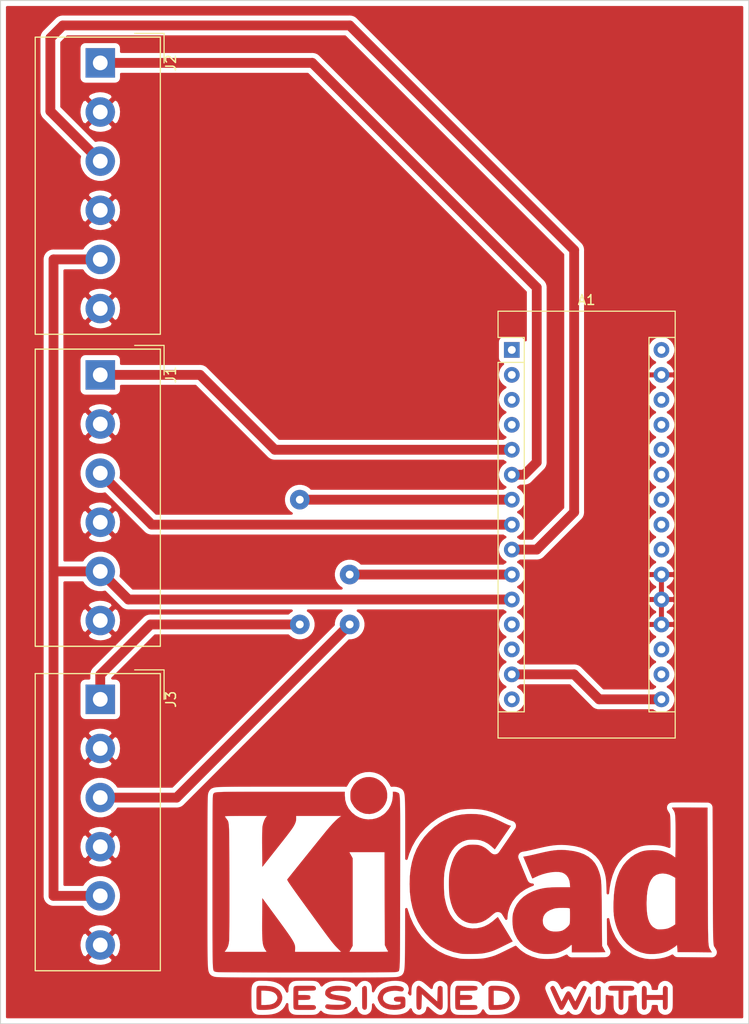
<source format=kicad_pcb>
(kicad_pcb (version 20171130) (host pcbnew "(5.1.4)-1")
  (title_block (title "Placa CNC") (date 2019-11-08) (rev 1) (company SENAI) (comment 1 "Desenvolvido por GABRIEL MAXIMO DA SILVA"))
  (layers (0 F.Cu signal) (31 B.Cu signal) (34 B.Paste user) (35 F.Paste user) (36 B.SilkS user) (37 F.SilkS user) (38 B.Mask user) (39 F.Mask user) (44 Edge.Cuts user))
  (net 0 "")
  (net 1 Spindle)
  (net 2 Lim-Z)
  (net 3 "Net-(A1-Pad30)")
  (net 4 GND-Diver)
  (net 5 Lim-Y)
  (net 6 "Net-(A1-Pad28)")
  (net 7 Lim-x)
  (net 8 "Net-(A1-Pad27)")
  (net 9 Stepper)
  (net 10 "Net-(A1-Pad26)")
  (net 11 Dir-Z)
  (net 12 "Net-(A1-Pad25)")
  (net 13 Dir-Y)
  (net 14 "Net-(A1-Pad24)")
  (net 15 Dir-X)
  (net 16 "Net-(A1-Pad23)")
  (net 17 Step-Z)
  (net 18 "Net-(A1-Pad22)")
  (net 19 Step-Y)
  (net 20 Step-X)
  (net 21 "Net-(A1-Pad4)")
  (net 22 "Net-(A1-Pad3)")
  (net 23 "Net-(A1-Pad18)")
  (net 24 "Net-(A1-Pad2)")
  (net 25 "Net-(A1-Pad17)")
  (net 26 "Net-(A1-Pad1)")
  (module Symbol:KiCad-Logo2_20mm_Copper (layer F.Cu) (at 160.02 135.89)
    (fp_text reference REF** hide)
    (fp_text value KiCad-Logo2_20mm_Copper hide)
    (fp_poly (pts (xy -20.404571 11.373553) (xy -20.272963 11.374891) (xy -19.887333 11.384195) (xy -19.564369 11.411834) (xy -19.293064 11.460773) (xy -19.06241 11.533975) (xy -18.8614 11.634407) (xy -18.679027 11.765033) (xy -18.613888 11.821775) (xy -18.505834 11.954544) (xy -18.4084 12.134709) (xy -18.333304 12.334412) (xy -18.292264 12.525797) (xy -18.288 12.596519) (xy -18.314722 12.792565) (xy -18.386331 13.006709) (xy -18.489997 13.209403) (xy -18.612887 13.371099) (xy -18.632848 13.390608) (xy -18.801928 13.527737) (xy -18.987083 13.634782) (xy -19.198987 13.71455) (xy -19.448314 13.769844) (xy -19.74574 13.803469) (xy -20.101938 13.818231) (xy -20.265093 13.819482) (xy -20.472539 13.818483) (xy -20.618425 13.814307) (xy -20.716438 13.805181) (xy -20.780264 13.789337) (xy -20.823591 13.765003) (xy -20.846815 13.744223) (xy -20.868751 13.718979) (xy -20.885959 13.686413) (xy -20.89901 13.637801) (xy -20.908477 13.56442) (xy -20.914932 13.457546) (xy -20.918947 13.308454) (xy -20.921093 13.108421) (xy -20.921943 12.848723) (xy -20.922074 12.596519) (xy -20.922903 12.260138) (xy -20.922724 11.991422) (xy -20.919523 11.862741) (xy -20.432889 11.862741) (xy -20.432889 13.330297) (xy -20.122445 13.330012) (xy -19.935643 13.324655) (xy -19.739996 13.310853) (xy -19.57676 13.291548) (xy -19.571794 13.290752) (xy -19.307971 13.226967) (xy -19.103341 13.127625) (xy -18.947684 12.98626) (xy -18.848783 12.833203) (xy -18.787844 12.663419) (xy -18.792569 12.503999) (xy -18.863292 12.333111) (xy -19.001629 12.156329) (xy -19.193327 12.025332) (xy -19.442499 11.937771) (xy -19.609025 11.906783) (xy -19.798054 11.885022) (xy -19.998397 11.869272) (xy -20.168796 11.862724) (xy -20.178889 11.862693) (xy -20.432889 11.862741) (xy -20.919523 11.862741) (xy -20.917534 11.782838) (xy -20.903327 11.626851) (xy -20.8761 11.515927) (xy -20.831852 11.442532) (xy -20.766578 11.399131) (xy -20.676276 11.37819) (xy -20.556941 11.372176) (xy -20.404571 11.373553)) (layer F.Cu) (width 0.01))
    (fp_poly (pts (xy -15.709314 11.373821) (xy -15.477952 11.375062) (xy -15.303321 11.377949) (xy -15.176157 11.383153) (xy -15.087197 11.391344) (xy -15.027176 11.403191) (xy -14.986831 11.419366) (xy -14.956898 11.440537) (xy -14.946059 11.450281) (xy -14.880142 11.553808) (xy -14.868272 11.672762) (xy -14.911635 11.778367) (xy -14.931686 11.79971) (xy -14.964117 11.820404) (xy -15.016335 11.836368) (xy -15.098025 11.848379) (xy -15.218869 11.857215) (xy -15.388551 11.863651) (xy -15.616754 11.868464) (xy -15.825389 11.871394) (xy -16.651112 11.881556) (xy -16.662397 12.097926) (xy -16.673682 12.314297) (xy -16.113192 12.314297) (xy -15.869862 12.316396) (xy -15.691722 12.325177) (xy -15.568758 12.344364) (xy -15.490959 12.377681) (xy -15.448313 12.428854) (xy -15.430807 12.501605) (xy -15.428149 12.569126) (xy -15.436411 12.651974) (xy -15.46759 12.713021) (xy -15.531276 12.755457) (xy -15.637059 12.782471) (xy -15.794529 12.797255) (xy -16.013276 12.802997) (xy -16.13267 12.803482) (xy -16.669926 12.803482) (xy -16.669926 13.330297) (xy -15.842074 13.330297) (xy -15.57071 13.330675) (xy -15.364472 13.332372) (xy -15.213228 13.336233) (xy -15.106846 13.343101) (xy -15.035196 13.353822) (xy -14.988144 13.369239) (xy -14.955559 13.390196) (xy -14.938963 13.405556) (xy -14.882033 13.495202) (xy -14.863704 13.574889) (xy -14.889876 13.672225) (xy -14.938963 13.744223) (xy -14.965152 13.766888) (xy -14.998959 13.784488) (xy -15.049479 13.79766) (xy -15.125804 13.807043) (xy -15.237029 13.813274) (xy -15.392248 13.816992) (xy -15.600556 13.818836) (xy -15.871045 13.819442) (xy -16.011408 13.819482) (xy -16.311992 13.819216) (xy -16.546412 13.817993) (xy -16.723762 13.815174) (xy -16.853134 13.810122) (xy -16.943624 13.802198) (xy -17.004325 13.790764) (xy -17.044332 13.775182) (xy -17.072738 13.754813) (xy -17.083852 13.744223) (xy -17.105849 13.7189) (xy -17.12309 13.686232) (xy -17.136152 13.637463) (xy -17.145613 13.56384) (xy -17.15205 13.456607) (xy -17.15604 13.307011) (xy -17.158161 13.106296) (xy -17.15899 12.84571) (xy -17.159112 12.603078) (xy -17.158999 12.292357) (xy -17.158218 12.048103) (xy -17.1561 11.861527) (xy -17.151978 11.723836) (xy -17.145186 11.62624) (xy -17.135056 11.559947) (xy -17.120921 11.516166) (xy -17.102115 11.486107) (xy -17.077969 11.460978) (xy -17.07202 11.455375) (xy -17.043151 11.430572) (xy -17.009607 11.411365) (xy -16.962083 11.397039) (xy -16.891276 11.386879) (xy -16.787879 11.380171) (xy -16.64259 11.376199) (xy -16.446103 11.374251) (xy -16.189114 11.37361) (xy -16.006671 11.373556) (xy -15.709314 11.373821)) (layer F.Cu) (width 0.01))
    (fp_poly (pts (xy -12.305675 11.377837) (xy -12.056292 11.395271) (xy -11.824353 11.422501) (xy -11.623339 11.4585) (xy -11.466734 11.502244) (xy -11.368019 11.552709) (xy -11.352867 11.567563) (xy -11.300178 11.682834) (xy -11.316155 11.801172) (xy -11.397879 11.902418) (xy -11.401778 11.905319) (xy -11.449847 11.936515) (xy -11.500026 11.952919) (xy -11.570017 11.954911) (xy -11.677523 11.942872) (xy -11.840244 11.917182) (xy -11.853334 11.915018) (xy -12.095796 11.885231) (xy -12.35739 11.870538) (xy -12.619756 11.870395) (xy -12.864536 11.884263) (xy -13.07337 11.911598) (xy -13.2279 11.951858) (xy -13.238054 11.955904) (xy -13.35016 12.018716) (xy -13.389547 12.082282) (xy -13.358713 12.144798) (xy -13.260155 12.204458) (xy -13.09637 12.259456) (xy -12.869855 12.307986) (xy -12.718815 12.331352) (xy -12.404852 12.376296) (xy -12.155145 12.417381) (xy -11.959056 12.458165) (xy -11.805948 12.502204) (xy -11.685184 12.553058) (xy -11.586127 12.614282) (xy -11.49814 12.689435) (xy -11.427434 12.763236) (xy -11.34355 12.866064) (xy -11.302268 12.954483) (xy -11.289358 13.063422) (xy -11.288889 13.103318) (xy -11.298586 13.235706) (xy -11.337339 13.334198) (xy -11.40441 13.421619) (xy -11.54072 13.555252) (xy -11.692722 13.657164) (xy -11.871708 13.730677) (xy -12.088974 13.779116) (xy -12.355814 13.805803) (xy -12.683522 13.814062) (xy -12.73763 13.813922) (xy -12.956162 13.809392) (xy -13.172885 13.799099) (xy -13.364174 13.784521) (xy -13.506405 13.767133) (xy -13.517908 13.765136) (xy -13.65932 13.731638) (xy -13.779265 13.689321) (xy -13.847167 13.650635) (xy -13.910357 13.548572) (xy -13.914756 13.429726) (xy -13.860283 13.323813) (xy -13.848095 13.311836) (xy -13.797718 13.276253) (xy -13.734715 13.260921) (xy -13.637207 13.26353) (xy -13.518836 13.277091) (xy -13.386567 13.289206) (xy -13.201149 13.299427) (xy -12.984687 13.306844) (xy -12.759283 13.310547) (xy -12.7 13.310792) (xy -12.473758 13.309879) (xy -12.308181 13.305487) (xy -12.1887 13.296091) (xy -12.100746 13.280167) (xy -12.029751 13.256191) (xy -11.987087 13.236223) (xy -11.893334 13.180776) (xy -11.83356 13.13056) (xy -11.824824 13.116325) (xy -11.843254 13.057544) (xy -11.930867 13.00064) (xy -12.081592 12.948195) (xy -12.289358 12.902793) (xy -12.350571 12.892679) (xy -12.6703 12.842461) (xy -12.925471 12.800486) (xy -13.125932 12.763705) (xy -13.281533 12.729066) (xy -13.402122 12.69352) (xy -13.497548 12.654016) (xy -13.577661 12.607505) (xy -13.652308 12.550937) (xy -13.731339 12.48126) (xy -13.757933 12.456831) (xy -13.851175 12.365663) (xy -13.900532 12.29343) (xy -13.919841 12.210773) (xy -13.922963 12.10661) (xy -13.888584 11.90235) (xy -13.785839 11.728801) (xy -13.615317 11.586526) (xy -13.377609 11.476084) (xy -13.208 11.426547) (xy -13.023665 11.394553) (xy -12.802844 11.376453) (xy -12.55902 11.371223) (xy -12.305675 11.377837)) (layer F.Cu) (width 0.01))
    (fp_poly (pts (xy -9.746074 11.448815) (xy -9.724138 11.474059) (xy -9.706931 11.506625) (xy -9.693879 11.555237) (xy -9.684412 11.628618) (xy -9.677958 11.735492) (xy -9.673943 11.884584) (xy -9.671797 12.084617) (xy -9.670947 12.344315) (xy -9.670815 12.596519) (xy -9.671047 12.909342) (xy -9.672125 13.15563) (xy -9.674621 13.344106) (xy -9.679106 13.483496) (xy -9.686153 13.582523) (xy -9.696334 13.64991) (xy -9.71022 13.694381) (xy -9.728385 13.724661) (xy -9.746074 13.744223) (xy -9.856086 13.809824) (xy -9.973304 13.803937) (xy -10.078182 13.73239) (xy -10.102279 13.704456) (xy -10.121112 13.672047) (xy -10.135328 13.626203) (xy -10.145577 13.557965) (xy -10.152507 13.458374) (xy -10.156766 13.318471) (xy -10.159002 13.129296) (xy -10.159864 12.881891) (xy -10.16 12.601791) (xy -10.16 11.558283) (xy -10.067637 11.46592) (xy -9.953788 11.388211) (xy -9.843353 11.385411) (xy -9.746074 11.448815)) (layer F.Cu) (width 0.01))
    (fp_poly (pts (xy -6.500271 11.391996) (xy -6.271882 11.430318) (xy -6.096475 11.48989) (xy -5.98236 11.568329) (xy -5.951264 11.613079) (xy -5.919642 11.71716) (xy -5.940922 11.811317) (xy -6.008101 11.900607) (xy -6.112484 11.942378) (xy -6.263942 11.938986) (xy -6.381087 11.916354) (xy -6.641396 11.873237) (xy -6.90742 11.869139) (xy -7.205182 11.904137) (xy -7.287431 11.918966) (xy -7.564304 11.997028) (xy -7.780908 12.113149) (xy -7.934871 12.265347) (xy -8.023815 12.451646) (xy -8.042211 12.547962) (xy -8.030169 12.743375) (xy -7.952431 12.916264) (xy -7.816078 13.063261) (xy -7.628195 13.180995) (xy -7.395865 13.266097) (xy -7.126173 13.315198) (xy -6.826201 13.324928) (xy -6.503033 13.291916) (xy -6.484786 13.288804) (xy -6.356248 13.264863) (xy -6.284979 13.241738) (xy -6.254088 13.207425) (xy -6.246686 13.149922) (xy -6.246519 13.119471) (xy -6.246519 12.99163) (xy -6.474771 12.99163) (xy -6.676332 12.977822) (xy -6.813883 12.933822) (xy -6.893915 12.855765) (xy -6.922922 12.739786) (xy -6.923276 12.724647) (xy -6.906305 12.625515) (xy -6.848108 12.554729) (xy -6.739796 12.507885) (xy -6.572476 12.480577) (xy -6.410408 12.470537) (xy -6.174853 12.464777) (xy -6.003993 12.473566) (xy -5.887463 12.506001) (xy -5.814898 12.571177) (xy -5.775933 12.678187) (xy -5.7602 12.836128) (xy -5.757334 13.04357) (xy -5.76203 13.275118) (xy -5.77616 13.43262) (xy -5.799785 13.516706) (xy -5.804371 13.523293) (xy -5.934092 13.628361) (xy -6.124286 13.711568) (xy -6.362895 13.771135) (xy -6.637861 13.805285) (xy -6.937128 13.812242) (xy -7.248638 13.790228) (xy -7.431852 13.763186) (xy -7.71922 13.681848) (xy -7.986305 13.548873) (xy -8.209923 13.376291) (xy -8.243911 13.341797) (xy -8.354339 13.196783) (xy -8.453979 13.01706) (xy -8.531188 12.828639) (xy -8.574328 12.657531) (xy -8.579526 12.591813) (xy -8.557392 12.454731) (xy -8.498561 12.284174) (xy -8.414321 12.104647) (xy -8.315962 11.940651) (xy -8.229062 11.831112) (xy -8.025881 11.668173) (xy -7.76323 11.538485) (xy -7.450522 11.444981) (xy -7.097168 11.390596) (xy -6.773334 11.377307) (xy -6.500271 11.391996)) (layer F.Cu) (width 0.01))
    (fp_poly (pts (xy -4.333713 11.388161) (xy -4.255159 11.434242) (xy -4.152449 11.509602) (xy -4.020259 11.617792) (xy -3.853265 11.762361) (xy -3.646143 11.946859) (xy -3.393571 12.174836) (xy -3.104445 12.436947) (xy -2.502371 12.982928) (xy -2.483556 12.250096) (xy -2.476763 11.997838) (xy -2.470209 11.809981) (xy -2.462445 11.675687) (xy -2.452019 11.584116) (xy -2.437483 11.524431) (xy -2.417386 11.485791) (xy -2.390278 11.457359) (xy -2.375906 11.44541) (xy -2.260804 11.382235) (xy -2.151275 11.391471) (xy -2.064391 11.445443) (xy -1.975556 11.517329) (xy -1.964507 12.56717) (xy -1.961449 12.875929) (xy -1.959893 13.11848) (xy -1.960377 13.303869) (xy -1.963441 13.441141) (xy -1.969624 13.539342) (xy -1.979464 13.607517) (xy -1.993501 13.65471) (xy -2.012273 13.689969) (xy -2.03309 13.718247) (xy -2.078131 13.770691) (xy -2.122944 13.805454) (xy -2.173747 13.818798) (xy -2.236754 13.80698) (xy -2.318181 13.766262) (xy -2.424244 13.692903) (xy -2.561159 13.583164) (xy -2.735141 13.433304) (xy -2.952405 13.239584) (xy -3.198519 13.016996) (xy -4.082815 12.214861) (xy -4.10163 12.945297) (xy -4.108435 13.197095) (xy -4.115005 13.384514) (xy -4.122798 13.518413) (xy -4.13327 13.609653) (xy -4.147878 13.669095) (xy -4.168081 13.707598) (xy -4.195334 13.736023) (xy -4.20928 13.747607) (xy -4.33255 13.811242) (xy -4.449025 13.801643) (xy -4.550454 13.720333) (xy -4.573657 13.687621) (xy -4.591742 13.649419) (xy -4.605343 13.596559) (xy -4.615097 13.519878) (xy -4.621641 13.410208) (xy -4.62561 13.258386) (xy -4.627641 13.055245) (xy -4.628369 12.79162) (xy -4.628445 12.596519) (xy -4.6282 12.291358) (xy -4.627042 12.052291) (xy -4.624335 11.870151) (xy -4.619443 11.735773) (xy -4.611728 11.639992) (xy -4.600557 11.573643) (xy -4.585292 11.527559) (xy -4.565297 11.492575) (xy -4.550454 11.472705) (xy -4.512831 11.425636) (xy -4.477669 11.390097) (xy -4.439644 11.369639) (xy -4.393433 11.36781) (xy -4.333713 11.388161)) (layer F.Cu) (width 0.01))
    (fp_poly (pts (xy 0.767809 11.374199) (xy 1.022338 11.377246) (xy 1.217389 11.384371) (xy 1.360851 11.397249) (xy 1.460611 11.417555) (xy 1.52456 11.446965) (xy 1.560586 11.487154) (xy 1.576578 11.539795) (xy 1.580424 11.606565) (xy 1.580444 11.61445) (xy 1.577105 11.689974) (xy 1.561321 11.748342) (xy 1.524445 11.791914) (xy 1.457827 11.823043) (xy 1.35282 11.844089) (xy 1.200775 11.857407) (xy 0.993044 11.865354) (xy 0.720979 11.870286) (xy 0.637591 11.871379) (xy -0.169334 11.881556) (xy -0.180619 12.097926) (xy -0.191904 12.314297) (xy 0.368586 12.314297) (xy 0.587555 12.315104) (xy 0.743907 12.318521) (xy 0.850278 12.326036) (xy 0.919302 12.339141) (xy 0.963615 12.359326) (xy 0.99585 12.388081) (xy 0.996056 12.388309) (xy 1.05452 12.500373) (xy 1.052407 12.621494) (xy 0.991048 12.724744) (xy 0.978905 12.735356) (xy 0.935805 12.762708) (xy 0.876746 12.781736) (xy 0.788567 12.793874) (xy 0.658108 12.800556) (xy 0.472208 12.803214) (xy 0.353312 12.803482) (xy -0.188149 12.803482) (xy -0.188149 13.330297) (xy 0.633871 13.330297) (xy 0.905268 13.330771) (xy 1.111367 13.332712) (xy 1.262123 13.336893) (xy 1.367494 13.344091) (xy 1.437438 13.355078) (xy 1.48191 13.370631) (xy 1.510869 13.391524) (xy 1.518167 13.399111) (xy 1.572049 13.504266) (xy 1.57599 13.623895) (xy 1.531787 13.727616) (xy 1.496812 13.760904) (xy 1.46043 13.779229) (xy 1.404056 13.793406) (xy 1.318776 13.803933) (xy 1.19567 13.811305) (xy 1.025821 13.81602) (xy 0.800314 13.818573) (xy 0.51023 13.81946) (xy 0.444648 13.819482) (xy 0.149703 13.819289) (xy -0.079243 13.818224) (xy -0.251452 13.815556) (xy -0.376184 13.810557) (xy -0.462699 13.802497) (xy -0.52026 13.790646) (xy -0.558126 13.774274) (xy -0.585558 13.752652) (xy -0.600609 13.737127) (xy -0.623262 13.709629) (xy -0.64096 13.675564) (xy -0.654313 13.626001) (xy -0.663929 13.552006) (xy -0.67042 13.444645) (xy -0.674395 13.294985) (xy -0.676464 13.094093) (xy -0.677237 12.833036) (xy -0.677334 12.613313) (xy -0.677097 12.305428) (xy -0.675973 12.063724) (xy -0.673341 11.879124) (xy -0.668581 11.742551) (xy -0.661071 11.644928) (xy -0.650191 11.577178) (xy -0.635321 11.530222) (xy -0.615839 11.494984) (xy -0.599343 11.472705) (xy -0.521353 11.373556) (xy 0.445913 11.373556) (xy 0.767809 11.374199)) (layer F.Cu) (width 0.01))
    (fp_poly (pts (xy 3.394363 11.374249) (xy 3.824294 11.388786) (xy 4.18997 11.432869) (xy 4.49742 11.509138) (xy 4.752673 11.620233) (xy 4.961758 11.768792) (xy 5.130706 11.957455) (xy 5.265545 12.18886) (xy 5.268197 12.194503) (xy 5.34867 12.40161) (xy 5.377342 12.585032) (xy 5.354105 12.769625) (xy 5.278847 12.980245) (xy 5.264574 13.012296) (xy 5.167241 13.199886) (xy 5.057852 13.344838) (xy 4.916673 13.468057) (xy 4.723967 13.590451) (xy 4.712772 13.59684) (xy 4.545015 13.677424) (xy 4.355404 13.737607) (xy 4.131756 13.779465) (xy 3.861884 13.805074) (xy 3.533606 13.816509) (xy 3.41762 13.817502) (xy 2.865314 13.819482) (xy 2.787323 13.720333) (xy 2.764189 13.68773) (xy 2.746142 13.649657) (xy 2.732552 13.596984) (xy 2.722789 13.520582) (xy 2.716224 13.41132) (xy 2.714083 13.330297) (xy 3.236148 13.330297) (xy 3.549089 13.330297) (xy 3.732213 13.324942) (xy 3.9202 13.310849) (xy 4.074485 13.290974) (xy 4.083798 13.289301) (xy 4.357828 13.215786) (xy 4.570379 13.105335) (xy 4.728175 12.952824) (xy 4.83794 12.753129) (xy 4.857027 12.700203) (xy 4.875736 12.617775) (xy 4.867636 12.536339) (xy 4.828223 12.428) (xy 4.804466 12.374779) (xy 4.726668 12.233352) (xy 4.632934 12.134132) (xy 4.529802 12.065038) (xy 4.323219 11.975124) (xy 4.058836 11.909993) (xy 3.750842 11.872488) (xy 3.527777 11.864235) (xy 3.236148 11.862741) (xy 3.236148 13.330297) (xy 2.714083 13.330297) (xy 2.712227 13.26007) (xy 2.710168 13.057702) (xy 2.709418 12.795086) (xy 2.709333 12.589734) (xy 2.709333 11.558283) (xy 2.801697 11.46592) (xy 2.842688 11.428481) (xy 2.887012 11.402842) (xy 2.948909 11.386801) (xy 3.042621 11.378155) (xy 3.18239 11.3747) (xy 3.382457 11.374234) (xy 3.394363 11.374249)) (layer F.Cu) (width 0.01))
    (fp_poly (pts (xy 12.482217 11.380114) (xy 12.547516 11.403449) (xy 12.550035 11.404591) (xy 12.63871 11.472262) (xy 12.687567 11.541869) (xy 12.697127 11.574506) (xy 12.696655 11.617871) (xy 12.683202 11.679649) (xy 12.653822 11.767522) (xy 12.605565 11.889175) (xy 12.535483 12.05229) (xy 12.440628 12.264551) (xy 12.318052 12.533642) (xy 12.250583 12.68072) (xy 12.128751 12.943285) (xy 12.014382 13.184743) (xy 11.911841 13.396266) (xy 11.825492 13.569027) (xy 11.759702 13.694197) (xy 11.718835 13.762948) (xy 11.710748 13.772445) (xy 11.607278 13.814341) (xy 11.490404 13.80873) (xy 11.396667 13.757774) (xy 11.392849 13.75363) (xy 11.355561 13.697181) (xy 11.293013 13.587232) (xy 11.212919 13.437934) (xy 11.122989 13.263441) (xy 11.09067 13.199139) (xy 10.846714 12.7105) (xy 10.580802 13.241311) (xy 10.485889 13.424716) (xy 10.397832 13.583774) (xy 10.323826 13.706309) (xy 10.271063 13.780146) (xy 10.253182 13.795802) (xy 10.11419 13.817008) (xy 9.999498 13.772445) (xy 9.965761 13.72482) (xy 9.90738 13.618974) (xy 9.829117 13.465323) (xy 9.735735 13.274282) (xy 9.631997 13.056266) (xy 9.522665 12.82169) (xy 9.412502 12.580969) (xy 9.30627 12.344517) (xy 9.208732 12.122752) (xy 9.12465 11.926086) (xy 9.058788 11.764936) (xy 9.015907 11.649716) (xy 9.000771 11.590842) (xy 9.000925 11.588711) (xy 9.037754 11.514628) (xy 9.111367 11.439176) (xy 9.115702 11.435892) (xy 9.206177 11.384751) (xy 9.289862 11.385246) (xy 9.321227 11.394888) (xy 9.359447 11.415725) (xy 9.400034 11.456715) (xy 9.447858 11.52636) (xy 9.507787 11.633163) (xy 9.58469 11.785628) (xy 9.683435 11.992258) (xy 9.772484 12.182994) (xy 9.874935 12.404088) (xy 9.966739 12.602914) (xy 10.043126 12.769084) (xy 10.099329 12.892213) (xy 10.130577 12.961912) (xy 10.135134 12.972815) (xy 10.155632 12.954991) (xy 10.20274 12.880362) (xy 10.270191 12.75982) (xy 10.351717 12.604258) (xy 10.38416 12.540074) (xy 10.494059 12.323347) (xy 10.578812 12.165513) (xy 10.645375 12.057396) (xy 10.700702 11.98982) (xy 10.751748 11.953608) (xy 10.805469 11.939584) (xy 10.840477 11.938) (xy 10.902232 11.943472) (xy 10.956348 11.966105) (xy 11.010117 12.015221) (xy 11.070836 12.100146) (xy 11.145797 12.230202) (xy 11.242297 12.414715) (xy 11.295539 12.519676) (xy 11.381901 12.686957) (xy 11.457223 12.82568) (xy 11.514861 12.92414) (xy 11.548167 12.970632) (xy 11.552696 12.972568) (xy 11.574205 12.935978) (xy 11.622362 12.840967) (xy 11.692343 12.697479) (xy 11.779325 12.515459) (xy 11.878488 12.304848) (xy 11.927267 12.200238) (xy 12.054166 11.930262) (xy 12.15635 11.72252) (xy 12.239124 11.570236) (xy 12.307792 11.466631) (xy 12.36766 11.404927) (xy 12.424034 11.378348) (xy 12.482217 11.380114)) (layer F.Cu) (width 0.01))
    (fp_poly (pts (xy 13.962047 11.396256) (xy 14.04109 11.44549) (xy 14.129926 11.517425) (xy 14.129926 12.589244) (xy 14.129643 12.902766) (xy 14.128431 13.149774) (xy 14.125746 13.339013) (xy 14.121043 13.479227) (xy 14.113778 13.57916) (xy 14.103405 13.647558) (xy 14.089381 13.693163) (xy 14.071161 13.724722) (xy 14.058242 13.740272) (xy 13.953446 13.808582) (xy 13.834111 13.805796) (xy 13.729576 13.747547) (xy 13.64074 13.675613) (xy 13.64074 11.517425) (xy 13.729576 11.44549) (xy 13.815315 11.393164) (xy 13.885333 11.373556) (xy 13.962047 11.396256)) (layer F.Cu) (width 0.01))
    (fp_poly (pts (xy 16.54355 11.373878) (xy 16.805908 11.375139) (xy 17.009543 11.377777) (xy 17.162723 11.382232) (xy 17.273715 11.388944) (xy 17.350787 11.398352) (xy 17.402206 11.410896) (xy 17.436239 11.427016) (xy 17.452709 11.439408) (xy 17.538189 11.54786) (xy 17.54853 11.660462) (xy 17.495705 11.762754) (xy 17.461161 11.80363) (xy 17.423988 11.831501) (xy 17.370116 11.848858) (xy 17.285475 11.85819) (xy 17.155993 11.861987) (xy 16.967601 11.862737) (xy 16.930602 11.862741) (xy 16.444148 11.862741) (xy 16.444148 12.765852) (xy 16.443827 13.050514) (xy 16.442372 13.269547) (xy 16.439041 13.43258) (xy 16.433095 13.549243) (xy 16.423791 13.629165) (xy 16.410389 13.681975) (xy 16.39215 13.717304) (xy 16.368888 13.744223) (xy 16.259113 13.810374) (xy 16.144515 13.805162) (xy 16.040589 13.729687) (xy 16.032953 13.720333) (xy 16.008096 13.684974) (xy 15.989158 13.643603) (xy 15.975338 13.586167) (xy 15.965835 13.502613) (xy 15.959848 13.382889) (xy 15.956574 13.216943) (xy 15.955214 12.994722) (xy 15.954963 12.741963) (xy 15.954963 11.862741) (xy 15.490424 11.862741) (xy 15.291073 11.861392) (xy 15.15306 11.856135) (xy 15.062495 11.845155) (xy 15.005487 11.826639) (xy 14.968144 11.798771) (xy 14.963609 11.793926) (xy 14.909084 11.683131) (xy 14.913906 11.557874) (xy 14.976592 11.448815) (xy 15.000835 11.427661) (xy 15.032091 11.410887) (xy 15.078696 11.397988) (xy 15.148987 11.388455) (xy 15.251297 11.381783) (xy 15.393962 11.377465) (xy 15.585318 11.374993) (xy 15.8337 11.37386) (xy 16.147443 11.373561) (xy 16.214201 11.373556) (xy 16.54355 11.373878)) (layer F.Cu) (width 0.01))
    (fp_poly (pts (xy 20.762745 11.391777) (xy 20.86734 11.46592) (xy 20.959703 11.558283) (xy 20.959703 12.589734) (xy 20.959462 12.895998) (xy 20.958318 13.136133) (xy 20.955642 13.319268) (xy 20.950803 13.454533) (xy 20.943173 13.551057) (xy 20.93212 13.617971) (xy 20.917017 13.664403) (xy 20.897232 13.699484) (xy 20.881713 13.720333) (xy 20.779276 13.802245) (xy 20.661655 13.811136) (xy 20.55415 13.760904) (xy 20.518627 13.731248) (xy 20.494881 13.691855) (xy 20.480559 13.628421) (xy 20.473304 13.52664) (xy 20.470761 13.372206) (xy 20.470518 13.252904) (xy 20.470518 12.803482) (xy 18.814814 12.803482) (xy 18.814814 13.212333) (xy 18.813102 13.399289) (xy 18.806252 13.527776) (xy 18.791693 13.614538) (xy 18.766854 13.676323) (xy 18.736824 13.720333) (xy 18.633814 13.802015) (xy 18.51732 13.811687) (xy 18.405795 13.75363) (xy 18.375347 13.723195) (xy 18.353842 13.682849) (xy 18.339658 13.620002) (xy 18.331173 13.522068) (xy 18.326764 13.376457) (xy 18.324811 13.170583) (xy 18.324582 13.123334) (xy 18.32297 12.735436) (xy 18.322138 12.415757) (xy 18.322409 12.157256) (xy 18.324103 11.952895) (xy 18.327541 11.795634) (xy 18.333043 11.678434) (xy 18.340931 11.594255) (xy 18.351525 11.536057) (xy 18.365146 11.496802) (xy 18.382114 11.469449) (xy 18.400888 11.448815) (xy 18.507093 11.382812) (xy 18.617856 11.391777) (xy 18.722451 11.46592) (xy 18.764776 11.513754) (xy 18.791755 11.566592) (xy 18.806809 11.641846) (xy 18.813355 11.756928) (xy 18.814813 11.929252) (xy 18.814814 11.93629) (xy 18.814814 12.314297) (xy 20.470518 12.314297) (xy 20.470518 11.919186) (xy 20.472208 11.737159) (xy 20.478993 11.614249) (xy 20.493452 11.534357) (xy 20.518158 11.481383) (xy 20.545777 11.448815) (xy 20.651982 11.382812) (xy 20.762745 11.391777)) (layer F.Cu) (width 0.01))
    (fp_poly (pts (xy -9.038074 -9.82526) (xy -8.696237 -9.706738) (xy -8.377974 -9.520185) (xy -8.093738 -9.265625) (xy -7.853979 -8.943082) (xy -7.746279 -8.739785) (xy -7.65307 -8.455428) (xy -7.607892 -8.127149) (xy -7.612896 -7.789658) (xy -7.668444 -7.483834) (xy -7.820269 -7.110127) (xy -8.04043 -6.785963) (xy -8.317736 -6.517721) (xy -8.640996 -6.311778) (xy -8.999023 -6.174513) (xy -9.380625 -6.112305) (xy -9.774612 -6.13153) (xy -9.968818 -6.172617) (xy -10.347308 -6.319849) (xy -10.683469 -6.544517) (xy -10.969191 -6.839695) (xy -11.196366 -7.198456) (xy -11.215586 -7.237635) (xy -11.282029 -7.384658) (xy -11.323748 -7.508483) (xy -11.346398 -7.639108) (xy -11.355636 -7.806534) (xy -11.357169 -7.98871) (xy -11.354634 -8.207586) (xy -11.34319 -8.365818) (xy -11.317083 -8.493746) (xy -11.270554 -8.621711) (xy -11.213121 -8.747961) (xy -10.998896 -9.10635) (xy -10.735086 -9.396534) (xy -10.432144 -9.618539) (xy -10.100521 -9.77239) (xy -9.750667 -9.85811) (xy -9.393034 -9.875725) (xy -9.038074 -9.82526)) (layer F.Cu) (width 0.01))
    (fp_poly (pts (xy 22.684945 -6.77397) (xy 23.07209 -6.772382) (xy 23.203673 -6.77158) (xy 25.013082 -6.759678) (xy 25.035842 0.182079) (xy 25.038848 1.123401) (xy 25.041514 1.978107) (xy 25.04401 2.750619) (xy 25.04651 3.445356) (xy 25.049182 4.066742) (xy 25.0522 4.619198) (xy 25.055733 5.107144) (xy 25.059954 5.535003) (xy 25.065033 5.907196) (xy 25.071142 6.228145) (xy 25.078452 6.502271) (xy 25.087134 6.733996) (xy 25.09736 6.927741) (xy 25.1093 7.087927) (xy 25.123126 7.218977) (xy 25.139009 7.325311) (xy 25.157121 7.411352) (xy 25.177632 7.48152) (xy 25.200714 7.540238) (xy 25.226538 7.591926) (xy 25.255275 7.641007) (xy 25.287097 7.691901) (xy 25.322175 7.749031) (xy 25.329365 7.761199) (xy 25.449993 7.967036) (xy 21.963261 7.94319) (xy 21.940501 7.560237) (xy 21.928109 7.376455) (xy 21.915195 7.270204) (xy 21.897672 7.228044) (xy 21.871454 7.236537) (xy 21.849462 7.26083) (xy 21.753661 7.349319) (xy 21.597522 7.463061) (xy 21.403042 7.588466) (xy 21.192219 7.711944) (xy 20.987053 7.819905) (xy 20.829522 7.890935) (xy 20.460457 8.007658) (xy 20.037011 8.09034) (xy 19.590444 8.135824) (xy 19.152018 8.140948) (xy 18.752992 8.102554) (xy 18.746422 8.101455) (xy 18.200422 7.964449) (xy 17.689313 7.746167) (xy 17.218024 7.451301) (xy 16.791487 7.084543) (xy 16.41463 6.650585) (xy 16.092383 6.15412) (xy 15.829676 5.599839) (xy 15.68664 5.189247) (xy 15.592315 4.845742) (xy 15.522364 4.513112) (xy 15.474649 4.17115) (xy 15.447031 3.799651) (xy 15.437371 3.378408) (xy 15.441649 3.034436) (xy 18.800543 3.034436) (xy 18.816437 3.61122) (xy 18.866578 4.107445) (xy 18.952506 4.527516) (xy 19.075764 4.875836) (xy 19.237896 5.156811) (xy 19.440444 5.374843) (xy 19.674243 5.528975) (xy 19.7959 5.586515) (xy 19.901412 5.621012) (xy 20.019046 5.636794) (xy 20.177071 5.638192) (xy 20.347311 5.632047) (xy 20.682102 5.602517) (xy 20.946891 5.544689) (xy 21.030107 5.515722) (xy 21.220125 5.43017) (xy 21.420538 5.322738) (xy 21.508064 5.26896) (xy 21.735663 5.119675) (xy 21.735663 0.387843) (xy 21.485304 0.237775) (xy 21.136153 0.068204) (xy 20.779431 -0.032081) (xy 20.428183 -0.063674) (xy 20.095455 -0.027164) (xy 19.794295 0.076855) (xy 19.537748 0.247793) (xy 19.454969 0.329843) (xy 19.255437 0.598686) (xy 19.09394 0.924118) (xy 18.969129 1.311718) (xy 18.879655 1.767064) (xy 18.824166 2.295735) (xy 18.801315 2.903307) (xy 18.800543 3.034436) (xy 15.441649 3.034436) (xy 15.443431 2.89126) (xy 15.481804 2.141931) (xy 15.558963 1.466046) (xy 15.676941 0.853761) (xy 15.837769 0.295229) (xy 16.043479 -0.219395) (xy 16.116886 -0.371964) (xy 16.412568 -0.869506) (xy 16.769884 -1.311654) (xy 17.180432 -1.691271) (xy 17.635813 -2.00122) (xy 18.127623 -2.234363) (xy 18.422432 -2.330536) (xy 18.711964 -2.38763) (xy 19.060341 -2.421599) (xy 19.438357 -2.432458) (xy 19.816808 -2.420223) (xy 20.166487 -2.384909) (xy 20.447253 -2.329508) (xy 20.781429 -2.220864) (xy 21.105325 -2.081155) (xy 21.388708 -1.924534) (xy 21.539535 -1.818237) (xy 21.643573 -1.739194) (xy 21.716422 -1.691065) (xy 21.732993 -1.68423) (xy 21.738131 -1.728265) (xy 21.742922 -1.854435) (xy 21.747259 -2.053836) (xy 21.751036 -2.317563) (xy 21.754147 -2.636711) (xy 21.756485 -3.002377) (xy 21.757946 -3.405656) (xy 21.758422 -3.816422) (xy 21.758156 -4.342541) (xy 21.756847 -4.786105) (xy 21.753731 -5.155599) (xy 21.748042 -5.459507) (xy 21.739015 -5.706313) (xy 21.725886 -5.904502) (xy 21.707889 -6.062558) (xy 21.684259 -6.188966) (xy 21.654232 -6.29221) (xy 21.617042 -6.380774) (xy 21.571923 -6.463142) (xy 21.518112 -6.547799) (xy 21.511189 -6.558281) (xy 21.441785 -6.667925) (xy 21.399883 -6.743321) (xy 21.394265 -6.759224) (xy 21.438171 -6.764242) (xy 21.563448 -6.768324) (xy 21.760429 -6.771403) (xy 22.019449 -6.773415) (xy 22.330843 -6.774293) (xy 22.684945 -6.77397)) (layer F.Cu) (width 0.01))
    (fp_poly (pts (xy 10.501585 -2.439387) (xy 10.72712 -2.422315) (xy 11.372403 -2.336463) (xy 11.943869 -2.199529) (xy 12.4443 -2.009629) (xy 12.876481 -1.76488) (xy 13.243194 -1.463397) (xy 13.547223 -1.103296) (xy 13.791352 -0.682693) (xy 13.969619 -0.227599) (xy 14.014869 -0.082431) (xy 14.054273 0.053512) (xy 14.088295 0.187548) (xy 14.117399 0.326998) (xy 14.14205 0.47918) (xy 14.162713 0.651412) (xy 14.179851 0.851015) (xy 14.19393 1.085305) (xy 14.205414 1.361603) (xy 14.214768 1.687227) (xy 14.222456 2.069496) (xy 14.228943 2.515729) (xy 14.234692 3.033245) (xy 14.24017 3.629363) (xy 14.244086 4.096774) (xy 14.27043 7.305914) (xy 14.441129 7.614739) (xy 14.521959 7.763518) (xy 14.58211 7.87908) (xy 14.610806 7.94059) (xy 14.611827 7.944757) (xy 14.567967 7.949525) (xy 14.443018 7.953919) (xy 14.246935 7.957814) (xy 13.989667 7.961088) (xy 13.681167 7.963616) (xy 13.331388 7.965275) (xy 12.950279 7.965942) (xy 12.904838 7.96595) (xy 11.197849 7.96595) (xy 11.197849 7.579032) (xy 11.194938 7.404178) (xy 11.187171 7.270451) (xy 11.175994 7.198752) (xy 11.171054 7.192114) (xy 11.125872 7.219917) (xy 11.032885 7.292885) (xy 10.912026 7.395359) (xy 10.909316 7.39773) (xy 10.688763 7.561933) (xy 10.410222 7.726815) (xy 10.105167 7.876177) (xy 9.805071 7.993821) (xy 9.672939 8.034024) (xy 9.409985 8.085086) (xy 9.087329 8.11767) (xy 8.734506 8.131311) (xy 8.381053 8.125545) (xy 8.056507 8.099908) (xy 7.82939 8.063018) (xy 7.272424 7.89946) (xy 6.771005 7.666365) (xy 6.328399 7.366623) (xy 5.947868 7.003127) (xy 5.632677 6.578769) (xy 5.386088 6.09644) (xy 5.279708 5.803763) (xy 5.213038 5.519294) (xy 5.168855 5.177797) (xy 5.148412 4.810773) (xy 5.149084 4.757367) (xy 8.227688 4.757367) (xy 8.253217 5.030088) (xy 8.338225 5.256737) (xy 8.495341 5.467013) (xy 8.555685 5.528672) (xy 8.7702 5.695368) (xy 9.018141 5.802156) (xy 9.315189 5.853849) (xy 9.627998 5.857654) (xy 9.92469 5.832523) (xy 10.151854 5.783368) (xy 10.25051 5.746448) (xy 10.428325 5.645826) (xy 10.616729 5.504315) (xy 10.788625 5.345492) (xy 10.916918 5.192933) (xy 10.950985 5.136969) (xy 10.977468 5.058595) (xy 10.996297 4.933888) (xy 11.008348 4.750933) (xy 11.0145 4.49782) (xy 11.01577 4.256925) (xy 11.01491 3.976073) (xy 11.011434 3.772998) (xy 11.004003 3.634443) (xy 10.991276 3.547154) (xy 10.971911 3.497876) (xy 10.944568 3.473354) (xy 10.936111 3.469449) (xy 10.862618 3.457421) (xy 10.717668 3.447583) (xy 10.520834 3.440822) (xy 10.29169 3.438025) (xy 10.241935 3.438022) (xy 9.935643 3.44291) (xy 9.699012 3.457449) (xy 9.510985 3.483628) (xy 9.355671 3.521863) (xy 8.97041 3.667559) (xy 8.668289 3.846684) (xy 8.446691 4.062103) (xy 8.303002 4.316683) (xy 8.234604 4.613287) (xy 8.227688 4.757367) (xy 5.149084 4.757367) (xy 5.15296 4.449723) (xy 5.183754 4.126148) (xy 5.207774 3.99542) (xy 5.36115 3.510029) (xy 5.594373 3.063423) (xy 5.903039 2.659886) (xy 6.282747 2.303702) (xy 6.729095 1.999153) (xy 7.237679 1.750524) (xy 7.670071 1.599545) (xy 7.959057 1.520226) (xy 8.23547 1.458592) (xy 8.517215 1.412642) (xy 8.822196 1.380374) (xy 9.168316 1.359786) (xy 9.573479 1.348877) (xy 9.939787 1.345805) (xy 11.02599 1.342831) (xy 11.005183 1.01633) (xy 10.946095 0.662071) (xy 10.820402 0.357572) (xy 10.633455 0.110436) (xy 10.390606 -0.071734) (xy 10.176773 -0.160627) (xy 9.870392 -0.216651) (xy 9.505657 -0.224696) (xy 9.099666 -0.187728) (xy 8.669518 -0.108714) (xy 8.232309 0.009382) (xy 7.805137 0.163592) (xy 7.494707 0.30463) (xy 7.345352 0.377052) (xy 7.231431 0.427634) (xy 7.173496 0.447371) (xy 7.170351 0.446738) (xy 7.150359 0.402529) (xy 7.100437 0.28535) (xy 7.025283 0.106425) (xy 6.929595 -0.123017) (xy 6.81807 -0.391751) (xy 6.704707 -0.666008) (xy 6.251495 -1.764453) (xy 6.573866 -1.817402) (xy 6.713591 -1.843969) (xy 6.923638 -1.888588) (xy 7.186013 -1.947211) (xy 7.482722 -2.015786) (xy 7.795772 -2.090263) (xy 7.92043 -2.120529) (xy 8.45973 -2.245615) (xy 8.931887 -2.339396) (xy 9.354525 -2.403769) (xy 9.74527 -2.440629) (xy 10.121748 -2.45187) (xy 10.501585 -2.439387)) (layer F.Cu) (width 0.01))
    (fp_poly (pts (xy 1.458655 -6.098705) (xy 1.94951 -6.044968) (xy 2.425066 -5.948784) (xy 2.904667 -5.805138) (xy 3.40766 -5.609011) (xy 3.95339 -5.355388) (xy 4.051669 -5.306261) (xy 4.277206 -5.19515) (xy 4.489919 -5.095101) (xy 4.668813 -5.015668) (xy 4.792894 -4.966408) (xy 4.811955 -4.960206) (xy 4.994623 -4.905477) (xy 4.176926 -3.715911) (xy 3.97701 -3.425175) (xy 3.794231 -3.15955) (xy 3.634805 -2.928053) (xy 3.504948 -2.739703) (xy 3.410875 -2.603517) (xy 3.358802 -2.528515) (xy 3.350342 -2.516636) (xy 3.315981 -2.541472) (xy 3.231399 -2.616133) (xy 3.111723 -2.727058) (xy 3.045676 -2.789755) (xy 2.671471 -3.087387) (xy 2.251211 -3.313554) (xy 1.889068 -3.437438) (xy 1.671679 -3.476345) (xy 1.399489 -3.500054) (xy 1.104511 -3.508127) (xy 0.81876 -3.500123) (xy 0.574248 -3.475603) (xy 0.476678 -3.456825) (xy 0.036912 -3.305526) (xy -0.35937 -3.074507) (xy -0.711874 -2.764192) (xy -1.020306 -2.375002) (xy -1.284374 -1.90736) (xy -1.503784 -1.361688) (xy -1.678243 -0.738409) (xy -1.781925 -0.204839) (xy -1.808976 0.030711) (xy -1.827406 0.335007) (xy -1.837395 0.686182) (xy -1.839121 1.06237) (xy -1.832761 1.441703) (xy -1.818494 1.802314) (xy -1.796498 2.122337) (xy -1.76695 2.379904) (xy -1.760554 2.419644) (xy -1.619582 3.059767) (xy -1.427507 3.626306) (xy -1.183162 4.121797) (xy -0.885376 4.54878) (xy -0.674 4.779625) (xy -0.294124 5.093046) (xy 0.12248 5.325367) (xy 0.568784 5.475325) (xy 1.037761 5.541656) (xy 1.522383 5.523095) (xy 2.015622 5.418377) (xy 2.307233 5.315912) (xy 2.710776 5.110727) (xy 3.1267 4.816395) (xy 3.359682 4.617353) (xy 3.490502 4.502151) (xy 3.593284 4.417632) (xy 3.651788 4.376906) (xy 3.65905 4.375663) (xy 3.685162 4.417278) (xy 3.752821 4.527247) (xy 3.856262 4.696142) (xy 3.989722 4.914536) (xy 4.147438 5.173) (xy 4.323644 5.462108) (xy 4.421723 5.62316) (xy 5.170878 6.853669) (xy 4.235528 7.315916) (xy 3.89734 7.481954) (xy 3.623379 7.612882) (xy 3.396899 7.715204) (xy 3.201152 7.795422) (xy 3.019394 7.860038) (xy 2.834877 7.915555) (xy 2.630856 7.968476) (xy 2.435304 8.014949) (xy 2.261492 8.050909) (xy 2.07972 8.078085) (xy 1.871789 8.097985) (xy 1.619505 8.112116) (xy 1.304668 8.121987) (xy 1.092473 8.126248) (xy 0.789705 8.129156) (xy 0.499389 8.12769) (xy 0.240738 8.122267) (xy 0.032963 8.113306) (xy -0.104723 8.101225) (xy -0.112882 8.10002) (xy -0.827848 7.945341) (xy -1.499251 7.710749) (xy -2.126853 7.396398) (xy -2.710419 7.002444) (xy -3.249713 6.52904) (xy -3.744499 5.976342) (xy -4.102835 5.485125) (xy -4.484315 4.842164) (xy -4.792685 4.163159) (xy -5.029436 3.442667) (xy -5.19606 2.675243) (xy -5.294047 1.855445) (xy -5.324918 1.022999) (xy -5.299528 0.217723) (xy -5.21974 -0.525263) (xy -5.083019 -1.218491) (xy -4.886828 -1.874494) (xy -4.628634 -2.505804) (xy -4.597804 -2.571209) (xy -4.258157 -3.182601) (xy -3.840996 -3.764401) (xy -3.358141 -4.304567) (xy -2.82141 -4.791056) (xy -2.242623 -5.211826) (xy -1.703311 -5.520476) (xy -1.158493 -5.762217) (xy -0.612518 -5.937328) (xy -0.044252 -6.050579) (xy 0.567442 -6.106733) (xy 0.933154 -6.115013) (xy 1.458655 -6.098705)) (layer F.Cu) (width 0.01))
    (fp_poly (pts (xy -19.745743 -8.375764) (xy -18.868739 -8.375646) (xy -18.460505 -8.375628) (xy -11.926165 -8.375628) (xy -11.926165 -7.990444) (xy -11.885053 -7.521707) (xy -11.760973 -7.089402) (xy -11.55281 -6.69096) (xy -11.25945 -6.323811) (xy -11.160197 -6.224651) (xy -10.803159 -5.943382) (xy -10.409482 -5.738246) (xy -9.990861 -5.60915) (xy -9.558988 -5.556001) (xy -9.125555 -5.578706) (xy -8.702255 -5.677172) (xy -8.300781 -5.851304) (xy -7.932826 -6.101012) (xy -7.767572 -6.251665) (xy -7.459622 -6.62104) (xy -7.233806 -7.027231) (xy -7.092094 -7.465596) (xy -7.036453 -7.93149) (xy -7.035714 -7.977323) (xy -7.032796 -8.375613) (xy -6.857741 -8.37562) (xy -6.70245 -8.354545) (xy -6.560593 -8.303266) (xy -6.551218 -8.297968) (xy -6.519179 -8.281344) (xy -6.489757 -8.268397) (xy -6.462847 -8.255356) (xy -6.438342 -8.23845) (xy -6.416135 -8.213908) (xy -6.39612 -8.177959) (xy -6.378192 -8.126831) (xy -6.362243 -8.056755) (xy -6.348168 -7.963957) (xy -6.335859 -7.844668) (xy -6.325212 -7.695116) (xy -6.316118 -7.511531) (xy -6.308473 -7.29014) (xy -6.302169 -7.027173) (xy -6.2971 -6.718859) (xy -6.293161 -6.361427) (xy -6.290244 -5.951105) (xy -6.288244 -5.484122) (xy -6.287054 -4.956708) (xy -6.286567 -4.365091) (xy -6.286678 -3.705499) (xy -6.287279 -2.974163) (xy -6.288266 -2.167311) (xy -6.289531 -1.281171) (xy -6.290968 -0.311972) (xy -6.29247 0.744056) (xy -6.292645 0.872715) (xy -6.293992 1.935478) (xy -6.295135 2.910971) (xy -6.296195 3.802964) (xy -6.297294 4.615226) (xy -6.298551 5.351528) (xy -6.300088 6.015637) (xy -6.302027 6.611324) (xy -6.304488 7.142359) (xy -6.307592 7.612509) (xy -6.31146 8.025546) (xy -6.316214 8.385238) (xy -6.321975 8.695355) (xy -6.328863 8.959666) (xy -6.337 9.18194) (xy -6.346506 9.365948) (xy -6.357503 9.515458) (xy -6.370112 9.63424) (xy -6.384454 9.726063) (xy -6.40065 9.794696) (xy -6.418821 9.84391) (xy -6.439088 9.877474) (xy -6.461572 9.899156) (xy -6.486394 9.912726) (xy -6.513676 9.921955) (xy -6.543538 9.93061) (xy -6.576101 9.942462) (xy -6.584056 9.94607) (xy -6.609057 9.954177) (xy -6.650901 9.961626) (xy -6.713243 9.968443) (xy -6.799736 9.974655) (xy -6.914033 9.980288) (xy -7.059788 9.985368) (xy -7.240656 9.989923) (xy -7.46029 9.993979) (xy -7.722343 9.997561) (xy -8.030469 10.000698) (xy -8.388322 10.003415) (xy -8.799556 10.005739) (xy -9.267824 10.007696) (xy -9.79678 10.009312) (xy -10.390077 10.010616) (xy -11.05137 10.011632) (xy -11.784313 10.012387) (xy -12.592558 10.012909) (xy -13.47976 10.013223) (xy -14.449571 10.013355) (xy -15.505647 10.013334) (xy -15.84774 10.0133) (xy -16.927244 10.013127) (xy -17.919407 10.012844) (xy -18.827925 10.012421) (xy -19.656495 10.011831) (xy -20.408816 10.011044) (xy -21.088585 10.010031) (xy -21.699499 10.008763) (xy -22.245256 10.007212) (xy -22.729552 10.005349) (xy -23.156086 10.003144) (xy -23.528555 10.000569) (xy -23.850656 9.997595) (xy -24.126087 9.994193) (xy -24.358545 9.990334) (xy -24.551728 9.98599) (xy -24.709332 9.98113) (xy -24.835056 9.975727) (xy -24.932597 9.969752) (xy -25.005652 9.963176) (xy -25.057919 9.955969) (xy -25.093095 9.948103) (xy -25.112271 9.9409) (xy -25.146352 9.926527) (xy -25.177645 9.915928) (xy -25.206267 9.905339) (xy -25.232337 9.890995) (xy -25.255974 9.869133) (xy -25.277295 9.835989) (xy -25.29642 9.787799) (xy -25.313467 9.720798) (xy -25.328554 9.631222) (xy -25.3418 9.515308) (xy -25.353323 9.36929) (xy -25.363242 9.189407) (xy -25.371675 8.971892) (xy -25.378741 8.712982) (xy -25.384558 8.408913) (xy -25.389245 8.055921) (xy -25.390472 7.92043) (xy -24.175601 7.92043) (xy -19.881645 7.92043) (xy -19.964268 7.795251) (xy -20.046462 7.666613) (xy -20.116066 7.544116) (xy -20.174068 7.419187) (xy -20.221461 7.283255) (xy -20.259233 7.127746) (xy -20.288375 6.944088) (xy -20.309876 6.723708) (xy -20.324728 6.458033) (xy -20.333919 6.138492) (xy -20.33844 5.756512) (xy -20.339281 5.303519) (xy -20.337432 4.770943) (xy -20.336383 4.57322) (xy -20.324552 2.453539) (xy -18.981721 4.281684) (xy -18.601299 4.800306) (xy -18.271709 5.251905) (xy -17.989391 5.642464) (xy -17.750789 5.977967) (xy -17.552341 6.264395) (xy -17.390491 6.507733) (xy -17.261678 6.713964) (xy -17.162344 6.889069) (xy -17.088931 7.039033) (xy -17.037879 7.169838) (xy -17.00563 7.287467) (xy -16.988625 7.397903) (xy -16.983305 7.507129) (xy -16.986112 7.621128) (xy -16.986828 7.635457) (xy -17.001613 7.920621) (xy -14.648727 7.920525) (xy -12.295841 7.92043) (xy -12.64586 7.567499) (xy -12.74084 7.47097) (xy -12.830943 7.377042) (xy -12.920126 7.280537) (xy -13.01234 7.176274) (xy -13.111542 7.059072) (xy -13.221685 6.923752) (xy -13.346723 6.765134) (xy -13.490612 6.578038) (xy -13.657304 6.357283) (xy -13.850756 6.097689) (xy -14.07492 5.794077) (xy -14.333751 5.441266) (xy -14.631204 5.034077) (xy -14.971232 4.567328) (xy -15.357791 4.035841) (xy -15.674636 3.599866) (xy -16.072287 3.052153) (xy -16.41918 2.573262) (xy -16.718457 2.158645) (xy -16.973261 1.803756) (xy -17.186734 1.504049) (xy -17.362019 1.254977) (xy -17.502259 1.051993) (xy -17.610595 0.890551) (xy -17.690171 0.766104) (xy -17.744128 0.674105) (xy -17.77561 0.610007) (xy -17.787759 0.569264) (xy -17.784107 0.547844) (xy -17.739855 0.49084) (xy -17.64418 0.37018) (xy -17.502855 0.193034) (xy -17.321653 -0.033425) (xy -17.106346 -0.302026) (xy -16.862709 -0.605596) (xy -16.596514 -0.936963) (xy -16.313534 -1.288955) (xy -16.019542 -1.654401) (xy -15.720311 -2.026128) (xy -15.555725 -2.230466) (xy -11.469246 -2.230466) (xy -11.12957 -1.61595) (xy -11.12957 7.305914) (xy -11.469246 7.92043) (xy -9.460185 7.92043) (xy -8.980568 7.92029) (xy -8.584411 7.919661) (xy -8.264136 7.918225) (xy -8.012163 7.915666) (xy -7.820914 7.911667) (xy -7.682809 7.905911) (xy -7.590269 7.898081) (xy -7.535716 7.887862) (xy -7.511571 7.874935) (xy -7.510254 7.858985) (xy -7.524188 7.839695) (xy -7.524332 7.839536) (xy -7.581726 7.756512) (xy -7.657728 7.621517) (xy -7.724846 7.486758) (xy -7.852151 7.214874) (xy -7.865135 2.492204) (xy -7.878118 -2.230466) (xy -11.469246 -2.230466) (xy -15.555725 -2.230466) (xy -15.421615 -2.396965) (xy -15.129226 -2.759739) (xy -14.848916 -3.107278) (xy -14.586461 -3.432411) (xy -14.347631 -3.727965) (xy -14.138201 -3.986769) (xy -13.963943 -4.20165) (xy -13.830631 -4.365437) (xy -13.752329 -4.460932) (xy -13.448272 -4.818033) (xy -13.155753 -5.140283) (xy -12.885026 -5.417134) (xy -12.646341 -5.638034) (xy -12.476952 -5.773465) (xy -12.276664 -5.917563) (xy -16.883066 -5.917563) (xy -16.881773 -5.647256) (xy -16.894647 -5.448529) (xy -16.943047 -5.264289) (xy -17.01797 -5.08964) (xy -17.066673 -4.990974) (xy -17.119038 -4.893209) (xy -17.179847 -4.789856) (xy -17.253885 -4.674424) (xy -17.345935 -4.540424) (xy -17.460781 -4.381364) (xy -17.603205 -4.190756) (xy -17.777992 -3.962108) (xy -17.989925 -3.68893) (xy -18.243788 -3.364733) (xy -18.544364 -2.983026) (xy -18.896436 -2.537319) (xy -18.936201 -2.487028) (xy -20.324552 -0.731342) (xy -20.337993 -2.675797) (xy -20.340699 -3.258218) (xy -20.340123 -3.751283) (xy -20.336236 -4.156617) (xy -20.329011 -4.475846) (xy -20.318418 -4.710594) (xy -20.304431 -4.862487) (xy -20.29973 -4.8913) (xy -20.225973 -5.194805) (xy -20.129336 -5.468416) (xy -20.019061 -5.68841) (xy -19.952812 -5.781714) (xy -19.838503 -5.917563) (xy -22.007422 -5.917563) (xy -22.524808 -5.917121) (xy -22.957462 -5.915681) (xy -23.311689 -5.913076) (xy -23.593794 -5.909138) (xy -23.81008 -5.903699) (xy -23.966851 -5.896591) (xy -24.070413 -5.887646) (xy -24.127069 -5.876695) (xy -24.143123 -5.86357) (xy -24.142013 -5.860663) (xy -24.096034 -5.791261) (xy -24.019273 -5.681253) (xy -23.979559 -5.625616) (xy -23.938498 -5.570094) (xy -23.901592 -5.520443) (xy -23.868606 -5.471778) (xy -23.839309 -5.419211) (xy -23.813468 -5.357856) (xy -23.790851 -5.282828) (xy -23.771226 -5.189241) (xy -23.75436 -5.072208) (xy -23.740021 -4.926843) (xy -23.727976 -4.748261) (xy -23.717993 -4.531575) (xy -23.70984 -4.271898) (xy -23.703285 -3.964346) (xy -23.698094 -3.604031) (xy -23.694036 -3.186068) (xy -23.690879 -2.70557) (xy -23.688389 -2.157652) (xy -23.686335 -1.537428) (xy -23.684483 -0.840011) (xy -23.682603 -0.060514) (xy -23.680846 0.65559) (xy -23.679186 1.453921) (xy -23.678324 2.215604) (xy -23.678235 2.935773) (xy -23.678896 3.609563) (xy -23.680286 4.232108) (xy -23.682381 4.798544) (xy -23.685157 5.304006) (xy -23.688593 5.743628) (xy -23.692665 6.112545) (xy -23.69735 6.405892) (xy -23.702626 6.618804) (xy -23.708469 6.746416) (xy -23.709575 6.759902) (xy -23.749841 7.06928) (xy -23.812706 7.317744) (xy -23.908439 7.534584) (xy -24.047314 7.749087) (xy -24.064685 7.772491) (xy -24.175601 7.92043) (xy -25.390472 7.92043) (xy -25.39292 7.650242) (xy -25.395701 7.188111) (xy -25.397707 6.665765) (xy -25.399057 6.07944) (xy -25.399869 5.425371) (xy -25.40026 4.699795) (xy -25.400351 3.898947) (xy -25.40026 3.019063) (xy -25.400104 2.056379) (xy -25.400003 1.007132) (xy -25.4 0.798835) (xy -25.399941 -0.261463) (xy -25.399744 -1.234458) (xy -25.39938 -2.123887) (xy -25.39882 -2.933485) (xy -25.398036 -3.666991) (xy -25.396997 -4.32814) (xy -25.395676 -4.920668) (xy -25.394043 -5.448313) (xy -25.392069 -5.914811) (xy -25.389726 -6.323898) (xy -25.386984 -6.679311) (xy -25.383814 -6.984786) (xy -25.380187 -7.24406) (xy -25.376075 -7.46087) (xy -25.371448 -7.638951) (xy -25.366278 -7.782041) (xy -25.360535 -7.893876) (xy -25.354191 -7.978193) (xy -25.347216 -8.038727) (xy -25.339581 -8.079216) (xy -25.331258 -8.103396) (xy -25.33095 -8.103999) (xy -25.313807 -8.140938) (xy -25.299529 -8.17438) (xy -25.283735 -8.204498) (xy -25.262042 -8.231466) (xy -25.230072 -8.255457) (xy -25.183442 -8.276644) (xy -25.117771 -8.2952) (xy -25.028679 -8.311299) (xy -24.911784 -8.325114) (xy -24.762706 -8.336817) (xy -24.577062 -8.346583) (xy -24.350473 -8.354584) (xy -24.078558 -8.360994) (xy -23.756934 -8.365985) (xy -23.381222 -8.369731) (xy -22.947039 -8.372406) (xy -22.450006 -8.374182) (xy -21.885741 -8.375233) (xy -21.249862 -8.375731) (xy -20.53799 -8.375851) (xy -19.745743 -8.375764)) (layer F.Cu) (width 0.01))
  )
  (module TerminalBlock_Altech:Altech_AK300_1x06_P5.00mm_45-Degree (layer F.Cu) (at 123.19 118.11 270)
    (fp_text reference J3 (at 0 -7.2 90) (layer F.SilkS))
    (fp_text value "DRIVER Z")
    (pad 6 thru_hole circle (at 25 0 270) (size 3 3) (drill 1.5) (layers *.Cu *.Mask) (net 4 GND-Diver))
    (pad 5 thru_hole circle (at 20 0 270) (size 3 3) (drill 1.5) (layers *.Cu *.Mask) (net 9 Stepper))
    (pad 4 thru_hole circle (at 15 0 270) (size 3 3) (drill 1.5) (layers *.Cu *.Mask) (net 4 GND-Diver))
    (pad 3 thru_hole circle (at 10 0 270) (size 3 3) (drill 1.5) (layers *.Cu *.Mask) (net 11 Dir-Z))
    (pad 2 thru_hole circle (at 5 0 270) (size 3 3) (drill 1.5) (layers *.Cu *.Mask) (net 4 GND-Diver))
    (pad 1 thru_hole rect (at 0 0 270) (size 3 3) (drill 1.5) (layers *.Cu *.Mask) (net 17 Step-Z))
  )
  (module TerminalBlock_Altech:Altech_AK300_1x06_P5.00mm_45-Degree (layer F.Cu) (at 123.19 53.34 270)
    (fp_text reference J2 (at 0 -7.2 90) (layer F.SilkS))
    (fp_text value "DRIVER Y")
    (pad 6 thru_hole circle (at 25 0 270) (size 3 3) (drill 1.5) (layers *.Cu *.Mask) (net 4 GND-Diver))
    (pad 5 thru_hole circle (at 20 0 270) (size 3 3) (drill 1.5) (layers *.Cu *.Mask) (net 9 Stepper))
    (pad 4 thru_hole circle (at 15 0 270) (size 3 3) (drill 1.5) (layers *.Cu *.Mask) (net 4 GND-Diver))
    (pad 3 thru_hole circle (at 10 0 270) (size 3 3) (drill 1.5) (layers *.Cu *.Mask) (net 13 Dir-Y))
    (pad 2 thru_hole circle (at 5 0 270) (size 3 3) (drill 1.5) (layers *.Cu *.Mask) (net 4 GND-Diver))
    (pad 1 thru_hole rect (at 0 0 270) (size 3 3) (drill 1.5) (layers *.Cu *.Mask) (net 19 Step-Y))
  )
  (module TerminalBlock_Altech:Altech_AK300_1x06_P5.00mm_45-Degree (layer F.Cu) (at 123.19 85.09 270)
    (fp_text reference J1 (at 0 -7.2 90) (layer F.SilkS))
    (fp_text value "DRIVER X")
    (pad 6 thru_hole circle (at 25 0 270) (size 3 3) (drill 1.5) (layers *.Cu *.Mask) (net 4 GND-Diver))
    (pad 5 thru_hole circle (at 20 0 270) (size 3 3) (drill 1.5) (layers *.Cu *.Mask) (net 9 Stepper))
    (pad 4 thru_hole circle (at 15 0 270) (size 3 3) (drill 1.5) (layers *.Cu *.Mask) (net 4 GND-Diver))
    (pad 3 thru_hole circle (at 10 0 270) (size 3 3) (drill 1.5) (layers *.Cu *.Mask) (net 15 Dir-X))
    (pad 2 thru_hole circle (at 5 0 270) (size 3 3) (drill 1.5) (layers *.Cu *.Mask) (net 4 GND-Diver))
    (pad 1 thru_hole rect (at 0 0 270) (size 3 3) (drill 1.5) (layers *.Cu *.Mask) (net 20 Step-X))
  )
  (module Module:Arduino_Nano (layer F.Cu) (at 165.1 82.55)
    (fp_text reference A1 (at 7.62 -5.08) (layer F.SilkS))
    (fp_text value Arduino_Nano_v2.x)
    (pad 16 thru_hole oval (at 15.24 35.56) (size 1.6 1.6) (drill 0.8) (layers *.Cu *.Mask) (net 1 Spindle))
    (pad 15 thru_hole oval (at 0 35.56) (size 1.6 1.6) (drill 0.8) (layers *.Cu *.Mask) (net 2 Lim-Z))
    (pad 30 thru_hole oval (at 15.24 0) (size 1.6 1.6) (drill 0.8) (layers *.Cu *.Mask) (net 3 "Net-(A1-Pad30)"))
    (pad 14 thru_hole oval (at 0 33.02) (size 1.6 1.6) (drill 0.8) (layers *.Cu *.Mask) (net 1 Spindle))
    (pad 29 thru_hole oval (at 15.24 2.54) (size 1.6 1.6) (drill 0.8) (layers *.Cu *.Mask) (net 4 GND-Diver))
    (pad 13 thru_hole oval (at 0 30.48) (size 1.6 1.6) (drill 0.8) (layers *.Cu *.Mask) (net 5 Lim-Y))
    (pad 28 thru_hole oval (at 15.24 5.08) (size 1.6 1.6) (drill 0.8) (layers *.Cu *.Mask) (net 6 "Net-(A1-Pad28)"))
    (pad 12 thru_hole oval (at 0 27.94) (size 1.6 1.6) (drill 0.8) (layers *.Cu *.Mask) (net 7 Lim-x))
    (pad 27 thru_hole oval (at 15.24 7.62) (size 1.6 1.6) (drill 0.8) (layers *.Cu *.Mask) (net 8 "Net-(A1-Pad27)"))
    (pad 11 thru_hole oval (at 0 25.4) (size 1.6 1.6) (drill 0.8) (layers *.Cu *.Mask) (net 9 Stepper))
    (pad 26 thru_hole oval (at 15.24 10.16) (size 1.6 1.6) (drill 0.8) (layers *.Cu *.Mask) (net 10 "Net-(A1-Pad26)"))
    (pad 10 thru_hole oval (at 0 22.86) (size 1.6 1.6) (drill 0.8) (layers *.Cu *.Mask) (net 11 Dir-Z))
    (pad 25 thru_hole oval (at 15.24 12.7) (size 1.6 1.6) (drill 0.8) (layers *.Cu *.Mask) (net 12 "Net-(A1-Pad25)"))
    (pad 9 thru_hole oval (at 0 20.32) (size 1.6 1.6) (drill 0.8) (layers *.Cu *.Mask) (net 13 Dir-Y))
    (pad 24 thru_hole oval (at 15.24 15.24) (size 1.6 1.6) (drill 0.8) (layers *.Cu *.Mask) (net 14 "Net-(A1-Pad24)"))
    (pad 8 thru_hole oval (at 0 17.78) (size 1.6 1.6) (drill 0.8) (layers *.Cu *.Mask) (net 15 Dir-X))
    (pad 23 thru_hole oval (at 15.24 17.78) (size 1.6 1.6) (drill 0.8) (layers *.Cu *.Mask) (net 16 "Net-(A1-Pad23)"))
    (pad 7 thru_hole oval (at 0 15.24) (size 1.6 1.6) (drill 0.8) (layers *.Cu *.Mask) (net 17 Step-Z))
    (pad 22 thru_hole oval (at 15.24 20.32) (size 1.6 1.6) (drill 0.8) (layers *.Cu *.Mask) (net 18 "Net-(A1-Pad22)"))
    (pad 6 thru_hole oval (at 0 12.7) (size 1.6 1.6) (drill 0.8) (layers *.Cu *.Mask) (net 19 Step-Y))
    (pad 21 thru_hole oval (at 15.24 22.86) (size 1.6 1.6) (drill 0.8) (layers *.Cu *.Mask) (net 4 GND-Diver))
    (pad 5 thru_hole oval (at 0 10.16) (size 1.6 1.6) (drill 0.8) (layers *.Cu *.Mask) (net 20 Step-X))
    (pad 20 thru_hole oval (at 15.24 25.4) (size 1.6 1.6) (drill 0.8) (layers *.Cu *.Mask) (net 4 GND-Diver))
    (pad 4 thru_hole oval (at 0 7.62) (size 1.6 1.6) (drill 0.8) (layers *.Cu *.Mask) (net 21 "Net-(A1-Pad4)"))
    (pad 19 thru_hole oval (at 15.24 27.94) (size 1.6 1.6) (drill 0.8) (layers *.Cu *.Mask) (net 4 GND-Diver))
    (pad 3 thru_hole oval (at 0 5.08) (size 1.6 1.6) (drill 0.8) (layers *.Cu *.Mask) (net 22 "Net-(A1-Pad3)"))
    (pad 18 thru_hole oval (at 15.24 30.48) (size 1.6 1.6) (drill 0.8) (layers *.Cu *.Mask) (net 23 "Net-(A1-Pad18)"))
    (pad 2 thru_hole oval (at 0 2.54) (size 1.6 1.6) (drill 0.8) (layers *.Cu *.Mask) (net 24 "Net-(A1-Pad2)"))
    (pad 17 thru_hole oval (at 15.24 33.02) (size 1.6 1.6) (drill 0.8) (layers *.Cu *.Mask) (net 25 "Net-(A1-Pad17)"))
    (pad 1 thru_hole rect (at 0 0) (size 1.6 1.6) (drill 0.8) (layers *.Cu *.Mask) (net 26 "Net-(A1-Pad1)"))
  )
  (gr_line (start 113.03 151.13) (end 113.03 46.99) (layer Edge.Cuts) (width 0.1))
  (gr_line (start 189.23 151.13) (end 113.03 151.13) (layer Edge.Cuts) (width 0.1))
  (gr_line (start 189.23 46.99) (end 189.23 151.13) (layer Edge.Cuts) (width 0.1))
  (gr_line (start 113.03 46.99) (end 189.23 46.99) (layer Edge.Cuts) (width 0.1))
  (segment (start 180.34 118.11) (end 173.99 118.11) (width 1) (layer F.Cu) (net 1))
  (segment (start 171.45 115.57) (end 165.1 115.57) (width 1) (layer F.Cu) (net 1))
  (segment (start 173.99 118.11) (end 171.45 115.57) (width 1) (layer F.Cu) (net 1))
  (segment (start 123.19 73.34) (end 118.43 73.34) (width 1) (layer F.Cu) (net 9))
  (segment (start 118.43 138.11) (end 123.19 138.11) (width 1) (layer F.Cu) (net 9))
  (segment (start 123.19 105.09) (end 118.43 105.09) (width 1) (layer F.Cu) (net 9))
  (segment (start 118.43 73.34) (end 118.43 105.09) (width 1) (layer F.Cu) (net 9))
  (segment (start 118.43 105.09) (end 118.43 138.11) (width 1) (layer F.Cu) (net 9))
  (segment (start 126.05 107.95) (end 123.19 105.09) (width 1) (layer F.Cu) (net 9))
  (segment (start 165.1 107.95) (end 126.05 107.95) (width 1) (layer F.Cu) (net 9))
  (via (at 148.59 110.49) (size 2) (drill 0.8) (layers F.Cu B.Cu) (net 11))
  (segment (start 165.1 105.41) (end 148.59 105.41) (width 1) (layer F.Cu) (net 11))
  (segment (start 148.59 105.41) (end 148.59 105.41) (width 1) (layer F.Cu) (net 11))
  (via (at 148.59 105.41) (size 2) (drill 0.8) (layers F.Cu B.Cu) (net 11))
  (segment (start 130.97 128.11) (end 123.19 128.11) (width 1) (layer F.Cu) (net 11))
  (segment (start 148.59 110.49) (end 130.97 128.11) (width 1) (layer F.Cu) (net 11))
  (segment (start 171.45 99.06) (end 167.64 102.87) (width 1) (layer F.Cu) (net 13))
  (segment (start 148.59 49.53) (end 171.45 72.39) (width 1) (layer F.Cu) (net 13))
  (segment (start 165.1 102.87) (end 167.64 102.87) (width 1) (layer F.Cu) (net 13))
  (segment (start 123.19 63.34) (end 118.11 58.26) (width 1) (layer F.Cu) (net 13))
  (segment (start 118.11 58.26) (end 118.11 50.8) (width 1) (layer F.Cu) (net 13))
  (segment (start 118.11 50.8) (end 119.38 49.53) (width 1) (layer F.Cu) (net 13))
  (segment (start 171.45 72.39) (end 171.45 99.06) (width 1) (layer F.Cu) (net 13))
  (segment (start 119.38 49.53) (end 148.59 49.53) (width 1) (layer F.Cu) (net 13))
  (segment (start 128.43 100.33) (end 123.19 95.09) (width 1) (layer F.Cu) (net 15))
  (segment (start 165.1 100.33) (end 128.43 100.33) (width 1) (layer F.Cu) (net 15))
  (segment (start 143.51 110.49) (end 143.51 110.49) (width 1) (layer F.Cu) (net 17))
  (via (at 143.51 110.49) (size 2) (drill 0.8) (layers F.Cu B.Cu) (net 17))
  (segment (start 165.1 97.79) (end 143.51 97.79) (width 1) (layer F.Cu) (net 17))
  (segment (start 143.51 97.79) (end 143.51 97.79) (width 1) (layer F.Cu) (net 17))
  (via (at 143.51 97.79) (size 2) (drill 0.8) (layers F.Cu B.Cu) (net 17))
  (segment (start 123.19 115.61) (end 123.19 118.11) (width 1) (layer F.Cu) (net 17))
  (segment (start 128.31 110.49) (end 123.19 115.61) (width 1) (layer F.Cu) (net 17))
  (segment (start 143.51 110.49) (end 128.31 110.49) (width 1) (layer F.Cu) (net 17))
  (segment (start 165.1 95.25) (end 166.37 95.25) (width 1) (layer F.Cu) (net 19))
  (segment (start 167.64 93.98) (end 167.64 76.2) (width 1) (layer F.Cu) (net 19))
  (segment (start 166.37 95.25) (end 167.64 93.98) (width 1) (layer F.Cu) (net 19))
  (segment (start 144.78 53.34) (end 123.19 53.34) (width 1) (layer F.Cu) (net 19))
  (segment (start 167.64 76.2) (end 144.78 53.34) (width 1) (layer F.Cu) (net 19))
  (segment (start 165.1 92.71) (end 140.97 92.71) (width 1) (layer F.Cu) (net 20))
  (segment (start 133.35 85.09) (end 123.19 85.09) (width 1) (layer F.Cu) (net 20))
  (segment (start 140.97 92.71) (end 133.35 85.09) (width 1) (layer F.Cu) (net 20))
  (zone (net 4) (net_name GND-Diver) (layer F.Cu) (connect_pads (clearance 0.508)) (min_thickness 0.254) (fill yes (arc_segments 32) (thermal_gap 0.508) (thermal_bridge_width 0.508))
    (polygon (pts (xy 113.03 46.99) (xy 189.23 46.99) (xy 189.23 151.13) (xy 113.03 151.13)))
  )
)
</source>
